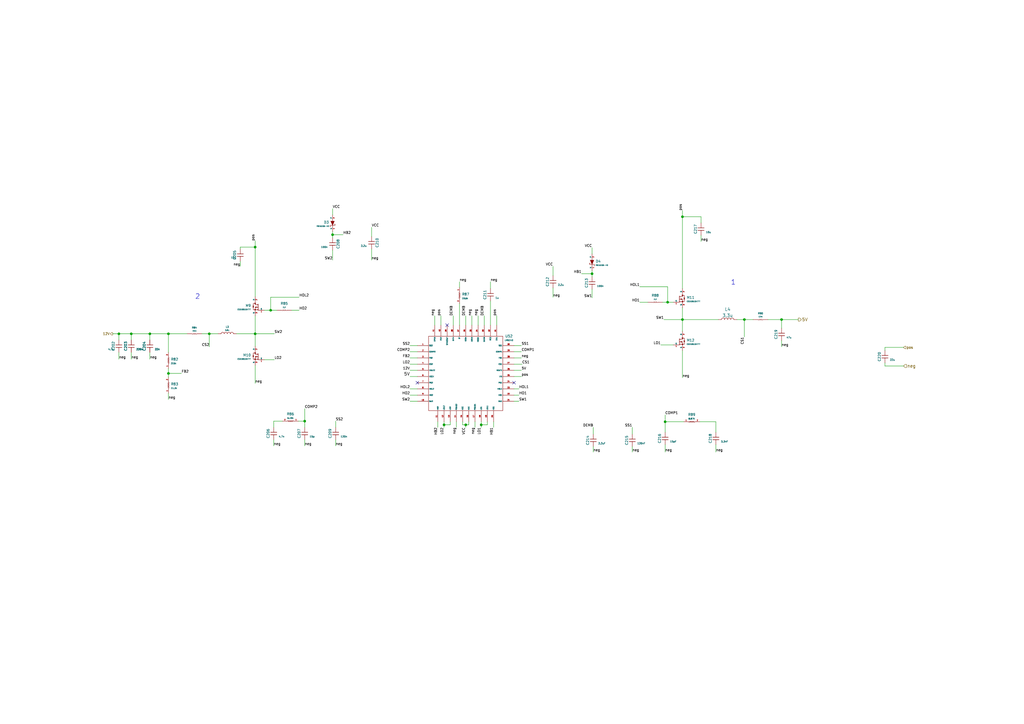
<source format=kicad_sch>
(kicad_sch (version 20211123) (generator eeschema)
  (paper "A3")
  (title_block (title "3D robot project - electronics") (rev "v0.9") (comment 1 "made by:") (comment 2 "AbdAlHaleem Bakkor Mustafa"))
  (lib_symbols
    (symbol "Capacitors:C0603xxxxxxxxxxx" (pin_numbers hide) (pin_names (offset 1.651) hide)
      (property "Reference" "C" (at 0 2.286 0))
      (property "Value" "C0603xxxxxxxxxxx" (at 0 -2.54 0))
      (symbol "C0603xxxxxxxxxxx_1_1"
        (polyline (pts (xy -0.508 -1.27) (xy -0.508 1.27)) (stroke (width 0.2032)))
        (polyline (pts (xy 0.508 -1.27) (xy 0.508 1.27)) (stroke (width 0.2032)))
        (pin unspecified line (at -2.54 0 0) (length 2) (name "") (number "1"))
        (pin unspecified line (at 2.54 0 180) (length 2) (name "2") (number "2"))
      )
    )
    (symbol "Device:L" (pin_numbers hide) (pin_names (offset 1.016) hide)
      (property "Reference" "L" (at -1.27 0 90))
      (property "Value" "L" (at 1.905 0 90))
      (symbol "L_0_1"
        (arc (start 0 -2.54) (mid 0.635 -1.905) (end 0 -1.27))
        (arc (start 0 -1.27) (mid 0.635 -0.635) (end 0 0))
        (arc (start 0 0) (mid 0.635 0.635) (end 0 1.27))
        (arc (start 0 1.27) (mid 0.635 1.905) (end 0 2.54))
      )
      (symbol "L_1_1"
        (pin passive line (at 0 3.81 270) (length 1.27) (name "1") (number "1"))
        (pin passive line (at 0 -3.81 90) (length 1.27) (name "2") (number "2"))
      )
    )
    (symbol "E-MOSFETs:CSD18510KTTT" (pin_names (offset 0))
      (property "Reference" "M" (at 3.048 0.762 0))
      (property "Value" "CSD18510KTTT" (at 5.334 -0.762 0))
      (symbol "CSD18510KTTT_0_1"
        (circle (center 0 -1.016) (radius 0.254) (stroke (width 0.05)) (fill (type outline)))
        (polyline (pts (xy -1.27 -1.27) (xy -1.27 1.27)) (stroke (width 0.1524)))
        (polyline (pts (xy -1.016 -1.27) (xy -1.016 -0.762)) (stroke (width 0.1524)))
        (polyline (pts (xy -1.016 -0.254) (xy -1.016 0.254)) (stroke (width 0.1524)))
        (polyline (pts (xy -1.016 0.762) (xy -1.016 1.27)) (stroke (width 0.1524)))
        (polyline (pts (xy 0.508 0.508) (xy 1.016 0.508)) (stroke (width 0.1524)))
        (polyline (pts (xy -1.016 1.016) (xy 0 1.016) (xy 0 1.27)) (stroke (width 0.1524)))
        (polyline (pts (xy 0 1.524) (xy 0.762 1.524) (xy 0.762 0.508)) (stroke (width 0.1524)))
        (polyline (pts (xy 0.762 0) (xy 0.762 -1.016) (xy 0 -1.016)) (stroke (width 0.1524)))
        (polyline (pts (xy -1.016 0) (xy 0 0) (xy 0 -1.016) (xy -1.016 -1.016)) (stroke (width 0.1524)))
        (polyline (pts (xy -0.254 0.254) (xy -0.762 0) (xy -0.254 -0.254) (xy -0.254 0.254)) (stroke (width 0.1)) (fill (type outline)))
        (polyline (pts (xy 1.016 0) (xy 0.762 0.508) (xy 0.508 0) (xy 1.016 0)) (stroke (width 0.1)) (fill (type outline)))
        (circle (center 0 1.524) (radius 0.254) (stroke (width 0.01)) (fill (type outline)))
      )
      (symbol "CSD18510KTTT_1_1"
        (pin unspecified line (at -3.81 -1.27 0) (length 2.5) (name "G") (number "1"))
        (pin unspecified line (at 0 4.318 270) (length 2.5) (name "D") (number "2"))
        (pin unspecified line (at 0 -3.556 90) (length 2.5) (name "S") (number "3"))
      )
    )
    (symbol "ICs:LM5143" (pin_names (offset 0.25))
      (property "Reference" "U" (at 14.732 16.002 0))
      (property "Value" "LM5143" (at 14.224 -16.002 0))
      (symbol "LM5143_1_1"
        (rectangle (start -15.24 15.24) (end 15.24 -15.24) (stroke (width 0.1524)))
        (pin bidirectional line (at -19.812 11.43 0) (length 4.5) (name "SS2") (number "1"))
        (pin bidirectional line (at -19.812 -11.43 0) (length 4.5) (name "SW2") (number "10"))
        (pin bidirectional line (at -11.43 -19.812 90) (length 4.5) (name "HB2") (number "11"))
        (pin bidirectional line (at -8.89 -19.812 90) (length 4.5) (name "LOL2") (number "12"))
        (pin bidirectional line (at -6.35 -19.812 90) (length 4.5) (name "LO2") (number "13"))
        (pin power_in line (at -3.81 -19.812 90) (length 4.5) (name "PGND2") (number "14"))
        (pin power_in line (at -1.27 -19.812 90) (length 4.5) (name "VCC") (number "15"))
        (pin power_in line (at 1.27 -19.812 90) (length 4.5) (name "VCC") (number "16"))
        (pin power_in line (at 3.81 -19.812 90) (length 4.5) (name "PGND1") (number "17"))
        (pin bidirectional line (at 6.35 -19.812 90) (length 4.5) (name "LO1") (number "18"))
        (pin bidirectional line (at 8.89 -19.812 90) (length 4.5) (name "LOL1") (number "19"))
        (pin bidirectional line (at -19.812 8.89 0) (length 4.5) (name "COMP2") (number "2"))
        (pin bidirectional line (at 11.43 -19.812 90) (length 4.5) (name "HB1") (number "20"))
        (pin bidirectional line (at 19.812 -11.43 180) (length 4.5) (name "SW1") (number "21"))
        (pin bidirectional line (at 19.812 -8.89 180) (length 4.5) (name "HO1") (number "22"))
        (pin bidirectional line (at 19.812 -6.35 180) (length 4.5) (name "HOL1") (number "23"))
        (pin bidirectional line (at 19.812 -3.81 180) (length 4.5) (name "PG1") (number "24"))
        (pin power_in line (at 19.812 -1.27 180) (length 4.5) (name "VIN") (number "25"))
        (pin output line (at 19.812 1.27 180) (length 4.5) (name "VOUT1") (number "26"))
        (pin bidirectional line (at 19.812 3.81 180) (length 4.5) (name "CS1") (number "27"))
        (pin bidirectional line (at 19.812 6.35 180) (length 4.5) (name "FB1") (number "28"))
        (pin bidirectional line (at 19.812 8.89 180) (length 4.5) (name "COMP1") (number "29"))
        (pin bidirectional line (at -19.812 6.35 0) (length 4.5) (name "FB2") (number "3"))
        (pin bidirectional line (at 19.812 11.43 180) (length 4.5) (name "SS1") (number "30"))
        (pin bidirectional line (at 12.7 19.812 270) (length 4.5) (name "EN1") (number "31"))
        (pin output line (at 10.16 19.812 270) (length 4.5) (name "RES") (number "32"))
        (pin input line (at 7.62 19.812 270) (length 4.5) (name "DEMB") (number "33"))
        (pin input line (at 5.08 19.812 270) (length 4.5) (name "MODE") (number "34"))
        (pin power_in line (at 2.54 19.812 270) (length 4.5) (name "AGND") (number "35"))
        (pin power_in line (at 0 19.812 270) (length 4.5) (name "VDDA") (number "36"))
        (pin input line (at -2.54 19.812 270) (length 4.5) (name "RT") (number "37"))
        (pin input line (at -5.08 19.812 270) (length 4.5) (name "DITH") (number "38"))
        (pin output line (at -7.62 19.812 270) (length 4.5) (name "SYNCOUT") (number "39"))
        (pin bidirectional line (at -19.812 3.81 0) (length 4.5) (name "CS2") (number "4"))
        (pin bidirectional line (at -10.16 19.812 270) (length 4.5) (name "EN2") (number "40"))
        (pin power_in line (at -12.7 19.812 270) (length 4.5) (name "EPAD") (number "41"))
        (pin output line (at -19.812 1.27 0) (length 4.5) (name "VOUT2") (number "5"))
        (pin power_in line (at -19.812 -1.27 0) (length 4.5) (name "VCCX") (number "6"))
        (pin bidirectional line (at -19.812 -3.81 0) (length 4.5) (name "PG2") (number "7"))
        (pin bidirectional line (at -19.812 -6.35 0) (length 4.5) (name "HOL2") (number "8"))
        (pin bidirectional line (at -19.812 -8.89 0) (length 4.5) (name "HO2") (number "9"))
      )
    )
    (symbol "diodes:RB161QS-40" (pin_names (offset 0))
      (property "Reference" "D" (at 0 2.286 0))
      (property "Value" "RB161QS-40" (at 0 -2.286 0))
      (symbol "RB161QS-40_0_1"
        (polyline (pts (xy 0.762 -0.762) (xy 0.762 0.762) (xy -1.016 0) (xy 0.762 -0.762)) (stroke (width 0.1)) (fill (type outline)))
        (polyline (pts (xy -1.524 -0.762) (xy -1.524 -1.016) (xy -1.016 -1.016) (xy -1.016 1.016) (xy -0.508 1.016) (xy -0.508 0.762)) (stroke (width 0.1524)))
      )
      (symbol "RB161QS-40_1_1"
        (pin unspecified line (at -3.556 0 0) (length 2.5) (name "N") (number "1"))
        (pin unspecified line (at 3.302 0 180) (length 2.5) (name "P") (number "2"))
      )
    )
    (symbol "resistors:MCR03EZPFL" (pin_numbers hide) (pin_names (offset 0) hide)
      (property "Reference" "R" (at 0 1.27 0))
      (property "Value" "MCR03EZPFL" (at 0 -1.27 0))
      (symbol "MCR03EZPFL_0_1"
        (polyline (pts (xy -0.762 -0.254) (xy -1.016 0)) (stroke (width 0.1)))
      )
      (symbol "MCR03EZPFL_1_1"
        (polyline (pts (xy -0.762 -0.254) (xy -0.508 0.254)) (stroke (width 0.1)))
        (polyline (pts (xy -0.508 0.254) (xy -0.254 -0.254)) (stroke (width 0.1)))
        (polyline (pts (xy -0.254 -0.254) (xy 0 0.254)) (stroke (width 0.1)))
        (polyline (pts (xy 0 0.254) (xy 0.254 -0.254)) (stroke (width 0.1)))
        (polyline (pts (xy 0.254 -0.254) (xy 0.508 0.254)) (stroke (width 0.1)))
        (polyline (pts (xy 0.508 0.254) (xy 0.762 -0.254)) (stroke (width 0.1)))
        (polyline (pts (xy 0.762 -0.254) (xy 1.016 0)) (stroke (width 0.1)))
        (pin unspecified line (at -3.048 0 0) (length 2) (name "1") (number "1"))
        (pin unspecified line (at 3.048 0 180) (length 2) (name "2") (number "2"))
      )
    )
    (symbol "resistors:MCR03EZPFX" (pin_names (offset 0))
      (property "Reference" "R" (at 0 1.778 0))
      (property "Value" "MCR03EZPFX" (at 0 -2.032 0))
      (symbol "MCR03EZPFX_0_1"
        (polyline (pts (xy -1.27 0) (xy -1.016 -0.254) (xy -0.762 0.254) (xy -0.508 -0.254) (xy -0.254 0.254) (xy 0 -0.254) (xy 0.254 0.254) (xy 0.508 -0.254) (xy 0.762 0.254) (xy 1.016 -0.254) (xy 1.27 0)) (stroke (width 0.1524)))
      )
      (symbol "MCR03EZPFX_1_1"
        (pin passive line (at -3.302 0 0) (length 2) (name "") (number "1"))
        (pin passive line (at 3.302 0 180) (length 2) (name "") (number "2"))
      )
    )
    (symbol "resistors:UCR18EVH" (pin_numbers hide) (pin_names (offset 0) hide)
      (property "Reference" "R" (at 0 1.524 0))
      (property "Value" "UCR18EVH" (at 0 -1.778 0))
      (symbol "UCR18EVH_0_1"
        (polyline (pts (xy -0.762 -0.254) (xy -1.016 0)) (stroke (width 0.1)))
      )
      (symbol "UCR18EVH_1_1"
        (polyline (pts (xy -0.762 -0.254) (xy -0.508 0.254)) (stroke (width 0.1)))
        (polyline (pts (xy -0.508 0.254) (xy -0.254 -0.254)) (stroke (width 0.1)))
        (polyline (pts (xy -0.254 -0.254) (xy 0 0.254)) (stroke (width 0.1)))
        (polyline (pts (xy 0 0.254) (xy 0.254 -0.254)) (stroke (width 0.1)))
        (polyline (pts (xy 0.254 -0.254) (xy 0.508 0.254)) (stroke (width 0.1)))
        (polyline (pts (xy 0.508 0.254) (xy 0.762 -0.254)) (stroke (width 0.1)))
        (polyline (pts (xy 0.762 -0.254) (xy 1.016 0)) (stroke (width 0.1)))
        (pin unspecified line (at -3.048 0 0) (length 2) (name "") (number "1"))
        (pin unspecified line (at 3.048 0 180) (length 2) (name "") (number "2"))
      )
    )
  )
  (junction (at 69.088 136.906))
  (junction (at 320.548 131.064))
  (junction (at 242.824 112.268))
  (junction (at 305.308 131.064))
  (junction (at 61.468 136.906))
  (junction (at 104.648 136.906))
  (junction (at 273.812 123.952))
  (junction (at 191.008 174.244))
  (junction (at 279.908 88.9))
  (junction (at 136.398 96.266))
  (junction (at 279.908 131.064))
  (junction (at 104.648 101.346))
  (junction (at 197.358 174.244))
  (junction (at 124.968 172.72))
  (junction (at 69.088 153.162))
  (junction (at 85.852 136.906))
  (junction (at 182.118 174.244))
  (junction (at 110.998 127.254))
  (junction (at 272.796 172.974))
  (junction (at 48.768 136.906))
  (junction (at 53.848 136.906))
  (no_connect (at 183.388 133.35))
  (no_connect (at 171.196 156.972))
  (no_connect (at 210.82 156.972))
  (wire (pts (xy 122.428 172.72) (xy 124.968 172.72)))
  (wire (pts (xy 136.398 85.598) (xy 136.398 88.138)))
  (wire (pts (xy 302.26 131.064) (xy 305.308 131.064)))
  (wire (pts (xy 320.548 131.064) (xy 320.548 134.62)))
  (wire (pts (xy 279.908 131.064) (xy 279.908 135.89)))
  (wire (pts (xy 210.82 159.512) (xy 212.852 159.512)))
  (wire (pts (xy 362.966 148.844) (xy 362.966 150.114)))
  (wire (pts (xy 168.148 162.052) (xy 171.196 162.052)))
  (wire (pts (xy 314.96 131.064) (xy 320.548 131.064)))
  (wire (pts (xy 272.796 172.974) (xy 272.796 177.292)))
  (wire (pts (xy 69.088 153.162) (xy 69.088 154.686)))
  (wire (pts (xy 201.168 123.444) (xy 201.168 133.35)))
  (wire (pts (xy 110.998 127.254) (xy 113.538 127.254)))
  (wire (pts (xy 98.552 102.108) (xy 98.552 101.346)))
  (wire (pts (xy 370.586 150.114) (xy 362.966 150.114)))
  (wire (pts (xy 201.168 115.57) (xy 201.168 118.364)))
  (wire (pts (xy 273.812 117.602) (xy 262.382 117.602)))
  (wire (pts (xy 46.228 136.906) (xy 48.768 136.906)))
  (wire (pts (xy 104.648 129.54) (xy 104.648 136.906)))
  (wire (pts (xy 279.908 143.764) (xy 279.908 154.94)))
  (wire (pts (xy 178.308 129.54) (xy 178.308 133.35)))
  (wire (pts (xy 168.148 149.352) (xy 171.196 149.352)))
  (wire (pts (xy 262.382 123.952) (xy 265.684 123.952)))
  (wire (pts (xy 185.928 129.54) (xy 185.928 133.35)))
  (wire (pts (xy 242.824 112.268) (xy 242.824 113.538)))
  (wire (pts (xy 182.118 174.244) (xy 182.118 175.26)))
  (wire (pts (xy 271.78 123.952) (xy 273.812 123.952)))
  (wire (pts (xy 259.334 175.26) (xy 259.334 178.054)))
  (wire (pts (xy 305.308 131.064) (xy 308.864 131.064)))
  (wire (pts (xy 189.738 174.244) (xy 191.008 174.244)))
  (wire (pts (xy 243.332 175.26) (xy 243.332 178.054)))
  (wire (pts (xy 136.398 96.266) (xy 136.398 97.536)))
  (wire (pts (xy 137.668 172.72) (xy 137.668 175.26)))
  (wire (pts (xy 119.634 127.254) (xy 122.682 127.254)))
  (wire (pts (xy 196.088 129.54) (xy 196.088 133.35)))
  (wire (pts (xy 110.998 121.92) (xy 122.682 121.92)))
  (wire (pts (xy 203.708 129.54) (xy 203.708 133.35)))
  (wire (pts (xy 184.658 174.244) (xy 184.658 172.974)))
  (wire (pts (xy 226.822 118.11) (xy 226.822 121.92)))
  (wire (pts (xy 226.822 109.22) (xy 226.822 113.03)))
  (wire (pts (xy 243.332 183.134) (xy 243.332 185.42)))
  (wire (pts (xy 104.648 149.86) (xy 104.648 157.226)))
  (wire (pts (xy 69.088 153.162) (xy 74.422 153.162)))
  (wire (pts (xy 180.848 129.54) (xy 180.848 133.35)))
  (wire (pts (xy 140.716 96.266) (xy 136.398 96.266)))
  (wire (pts (xy 97.028 136.906) (xy 104.648 136.906)))
  (wire (pts (xy 197.358 172.974) (xy 197.358 174.244)))
  (wire (pts (xy 124.968 167.64) (xy 124.968 172.72)))
  (wire (pts (xy 280.416 172.974) (xy 272.796 172.974)))
  (wire (pts (xy 48.768 136.906) (xy 48.768 139.446)))
  (wire (pts (xy 287.528 91.44) (xy 287.528 88.9)))
  (wire (pts (xy 194.818 172.974) (xy 194.818 175.26)))
  (wire (pts (xy 168.148 159.512) (xy 171.196 159.512)))
  (wire (pts (xy 69.088 161.29) (xy 69.088 163.83)))
  (wire (pts (xy 179.578 172.974) (xy 179.578 175.26)))
  (wire (pts (xy 197.358 174.244) (xy 197.358 175.26)))
  (wire (pts (xy 61.468 136.906) (xy 69.088 136.906)))
  (wire (pts (xy 61.468 136.906) (xy 61.468 139.446)))
  (wire (pts (xy 272.796 170.18) (xy 272.796 172.974)))
  (wire (pts (xy 210.82 162.052) (xy 212.852 162.052)))
  (wire (pts (xy 272.796 182.372) (xy 272.796 185.42)))
  (wire (pts (xy 182.118 174.244) (xy 184.658 174.244)))
  (wire (pts (xy 202.438 172.974) (xy 202.438 175.26)))
  (wire (pts (xy 279.908 86.36) (xy 279.908 88.9)))
  (wire (pts (xy 182.118 172.974) (xy 182.118 174.244)))
  (wire (pts (xy 168.148 164.592) (xy 171.196 164.592)))
  (wire (pts (xy 61.468 144.526) (xy 61.468 147.32)))
  (wire (pts (xy 168.148 144.272) (xy 171.196 144.272)))
  (wire (pts (xy 192.278 172.974) (xy 192.278 174.244)))
  (wire (pts (xy 69.088 136.906) (xy 69.088 144.526)))
  (wire (pts (xy 279.908 131.064) (xy 294.64 131.064)))
  (wire (pts (xy 53.848 144.526) (xy 53.848 147.32)))
  (wire (pts (xy 287.528 88.9) (xy 279.908 88.9)))
  (wire (pts (xy 259.334 183.134) (xy 259.334 185.42)))
  (wire (pts (xy 238.506 112.268) (xy 242.824 112.268)))
  (wire (pts (xy 69.088 151.13) (xy 69.088 153.162)))
  (wire (pts (xy 193.548 129.54) (xy 193.548 133.35)))
  (wire (pts (xy 188.468 124.46) (xy 188.468 133.35)))
  (wire (pts (xy 271.018 141.478) (xy 276.098 141.478)))
  (wire (pts (xy 279.908 88.9) (xy 279.908 118.364)))
  (wire (pts (xy 136.398 102.616) (xy 136.398 106.68)))
  (wire (pts (xy 189.738 172.974) (xy 189.738 174.244)))
  (wire (pts (xy 98.552 107.188) (xy 98.552 109.22)))
  (wire (pts (xy 48.768 136.906) (xy 53.848 136.906)))
  (wire (pts (xy 210.82 164.592) (xy 212.852 164.592)))
  (wire (pts (xy 293.624 182.372) (xy 293.624 185.42)))
  (wire (pts (xy 82.804 136.906) (xy 85.852 136.906)))
  (wire (pts (xy 188.468 115.57) (xy 188.468 117.856)))
  (wire (pts (xy 273.812 123.952) (xy 276.098 123.952)))
  (wire (pts (xy 108.458 147.574) (xy 112.522 147.574)))
  (wire (pts (xy 124.968 172.72) (xy 124.968 175.26)))
  (wire (pts (xy 104.648 101.346) (xy 104.648 121.666)))
  (wire (pts (xy 85.852 136.906) (xy 85.852 142.24)))
  (wire (pts (xy 273.812 123.952) (xy 273.812 117.602)))
  (wire (pts (xy 53.848 136.906) (xy 53.848 139.446)))
  (wire (pts (xy 85.852 136.906) (xy 89.408 136.906)))
  (wire (pts (xy 110.998 127.254) (xy 110.998 121.92)))
  (wire (pts (xy 112.268 175.26) (xy 112.268 172.72)))
  (wire (pts (xy 112.268 180.34) (xy 112.268 182.88)))
  (wire (pts (xy 287.528 96.52) (xy 287.528 99.06)))
  (wire (pts (xy 152.4 102.108) (xy 152.4 106.68)))
  (wire (pts (xy 191.008 174.244) (xy 192.278 174.244)))
  (wire (pts (xy 320.548 139.7) (xy 320.548 142.24)))
  (wire (pts (xy 191.008 129.54) (xy 191.008 133.35)))
  (wire (pts (xy 104.648 98.806) (xy 104.648 101.346)))
  (wire (pts (xy 53.848 136.906) (xy 61.468 136.906)))
  (wire (pts (xy 112.268 172.72) (xy 115.824 172.72)))
  (wire (pts (xy 279.908 126.238) (xy 279.908 131.064)))
  (wire (pts (xy 187.198 172.974) (xy 187.198 175.26)))
  (wire (pts (xy 191.008 174.244) (xy 191.008 175.26)))
  (wire (pts (xy 136.398 94.996) (xy 136.398 96.266)))
  (wire (pts (xy 168.148 141.732) (xy 171.196 141.732)))
  (wire (pts (xy 210.82 154.432) (xy 213.868 154.432)))
  (wire (pts (xy 320.548 131.064) (xy 327.406 131.064)))
  (wire (pts (xy 210.82 149.352) (xy 214.122 149.352)))
  (wire (pts (xy 48.768 144.526) (xy 48.768 147.32)))
  (wire (pts (xy 199.898 174.244) (xy 197.358 174.244)))
  (wire (pts (xy 199.898 172.974) (xy 199.898 174.244)))
  (wire (pts (xy 152.4 93.218) (xy 152.4 97.028)))
  (wire (pts (xy 104.648 136.906) (xy 104.648 141.986)))
  (wire (pts (xy 168.148 154.432) (xy 171.196 154.432)))
  (wire (pts (xy 168.148 146.812) (xy 171.196 146.812)))
  (wire (pts (xy 104.648 136.906) (xy 112.522 136.906)))
  (wire (pts (xy 98.552 101.346) (xy 104.648 101.346)))
  (wire (pts (xy 210.82 141.732) (xy 213.868 141.732)))
  (wire (pts (xy 69.088 136.906) (xy 76.708 136.906)))
  (wire (pts (xy 305.308 131.064) (xy 305.308 138.176)))
  (wire (pts (xy 210.82 151.892) (xy 213.868 151.892)))
  (wire (pts (xy 242.824 101.6) (xy 242.824 104.14)))
  (wire (pts (xy 108.458 127.254) (xy 110.998 127.254)))
  (wire (pts (xy 168.148 151.892) (xy 171.196 151.892)))
  (wire (pts (xy 210.82 144.272) (xy 213.868 144.272)))
  (wire (pts (xy 137.668 180.34) (xy 137.668 182.88)))
  (wire (pts (xy 287.02 172.974) (xy 293.624 172.974)))
  (wire (pts (xy 293.624 172.974) (xy 293.624 177.292)))
  (wire (pts (xy 370.586 142.494) (xy 362.966 142.494)))
  (wire (pts (xy 210.82 146.812) (xy 213.868 146.812)))
  (wire (pts (xy 124.968 180.34) (xy 124.968 182.88)))
  (wire (pts (xy 242.824 110.998) (xy 242.824 112.268)))
  (wire (pts (xy 242.824 118.618) (xy 242.824 122.174)))
  (wire (pts (xy 198.628 129.54) (xy 198.628 133.35)))
  (wire (pts (xy 272.288 131.064) (xy 279.908 131.064)))
  (wire (pts (xy 362.966 142.494) (xy 362.966 143.764)))
  (text "1" (at 299.72 117.094 0) (effects (font (size 2 2)) (justify left bottom)))
  (text "2" (at 80.01 122.936 0) (effects (font (size 2 2)) (justify left bottom)))
  (label "COMP2" (at 168.148 144.272 180) (effects (font (size 1 1))))
  (label "COMP2" (at 124.968 167.64 0) (effects (font (size 1 1))))
  (label "HO2" (at 168.148 162.052 180) (effects (font (size 1 1))))
  (label "neg" (at 279.908 154.94 0) (effects (font (size 1 1))))
  (label "LO1" (at 271.018 141.478 180) (effects (font (size 1 1))))
  (label "neg" (at 124.968 182.88 0) (effects (font (size 1 1))))
  (label "HB1" (at 202.438 175.26 270) (effects (font (size 1 1))))
  (label "neg" (at 48.768 147.32 0) (effects (font (size 1 1))))
  (label "CS2" (at 85.852 142.24 180) (effects (font (size 1 1))))
  (label "FB2" (at 74.422 153.162 0) (effects (font (size 1 1))))
  (label "12V" (at 168.148 151.892 180) (effects (font (size 1 1))))
  (label "pos" (at 279.908 86.36 90) (effects (font (size 1 1))))
  (label "HOL2" (at 122.682 121.92 0) (effects (font (size 1 1))))
  (label "neg" (at 137.668 182.88 0) (effects (font (size 1 1))))
  (label "DEMB" (at 185.928 129.54 90) (effects (font (size 1 1))))
  (label "pos" (at 104.648 98.806 90) (effects (font (size 1 1))))
  (label "5V" (at 213.868 151.892 0) (effects (font (size 1 1))))
  (label "neg" (at 293.624 185.42 0) (effects (font (size 1 1))))
  (label "neg" (at 320.548 142.24 0) (effects (font (size 1 1))))
  (label "SW2" (at 168.148 164.592 180) (effects (font (size 1 1))))
  (label "HOL1" (at 262.382 117.602 180) (effects (font (size 1 1))))
  (label "DEMB" (at 191.008 129.54 90) (effects (font (size 1 1))))
  (label "SS2" (at 137.668 172.72 0) (effects (font (size 1 1))))
  (label "SW2" (at 136.398 106.68 180) (effects (font (size 1 1))))
  (label "SW1" (at 272.288 131.064 180) (effects (font (size 1 1))))
  (label "CS1" (at 214.122 149.352 0) (effects (font (size 1 1))))
  (label "SS1" (at 259.334 175.26 180) (effects (font (size 1 1))))
  (label "SW1" (at 212.852 164.592 0) (effects (font (size 1 1))))
  (label "neg" (at 193.548 129.54 90) (effects (font (size 1 1))))
  (label "neg" (at 287.528 99.06 0) (effects (font (size 1 1))))
  (label "LO2" (at 182.118 175.26 270) (effects (font (size 1 1))))
  (label "SS1" (at 213.868 141.732 0) (effects (font (size 1 1))))
  (label "VCC" (at 226.822 109.22 180) (effects (font (size 1 1))))
  (label "CS1" (at 305.308 138.176 270) (effects (font (size 1 1))))
  (label "HB2" (at 140.716 96.266 0) (effects (font (size 1 1))))
  (label "neg" (at 53.848 147.32 0) (effects (font (size 1 1))))
  (label "pos" (at 203.708 129.54 90) (effects (font (size 1 1))))
  (label "neg" (at 98.552 109.22 180) (effects (font (size 1 1))))
  (label "neg" (at 201.168 115.57 0) (effects (font (size 1 1))))
  (label "HB1" (at 238.506 112.268 180) (effects (font (size 1 1))))
  (label "LO2" (at 112.522 147.574 0) (effects (font (size 1 1))))
  (label "neg" (at 194.818 175.26 270) (effects (font (size 1 1))))
  (label "LO2" (at 168.148 149.352 180) (effects (font (size 1 1))))
  (label "COMP1" (at 213.868 144.272 0) (effects (font (size 1 1))))
  (label "HO1" (at 212.852 162.052 0) (effects (font (size 1 1))))
  (label "5V" (at 168.148 154.432 180))
  (label "VCC" (at 242.824 101.6 180) (effects (font (size 1 1))))
  (label "neg" (at 259.334 185.42 0) (effects (font (size 1 1))))
  (label "DEMB" (at 243.332 175.26 180) (effects (font (size 1 1))))
  (label "pos" (at 180.848 129.54 90) (effects (font (size 1 1))))
  (label "pos" (at 213.868 154.432 0) (effects (font (size 1 1))))
  (label "HOL1" (at 212.852 159.512 0) (effects (font (size 1 1))))
  (label "FB2" (at 168.148 146.812 180) (effects (font (size 1 1))))
  (label "neg" (at 61.468 147.32 0) (effects (font (size 1 1))))
  (label "SS2" (at 168.148 141.732 180) (effects (font (size 1 1))))
  (label "SW1" (at 242.824 122.174 180) (effects (font (size 1 1))))
  (label "HO1" (at 262.382 123.952 180) (effects (font (size 1 1))))
  (label "DEMB" (at 198.628 129.54 90) (effects (font (size 1 1))))
  (label "neg" (at 112.268 182.88 0) (effects (font (size 1 1))))
  (label "neg" (at 272.796 185.42 0) (effects (font (size 1 1))))
  (label "VCC" (at 152.4 93.218 0) (effects (font (size 1 1))))
  (label "HOL2" (at 168.148 159.512 180) (effects (font (size 1 1))))
  (label "neg" (at 196.088 129.54 90) (effects (font (size 1 1))))
  (label "SW2" (at 112.522 136.906 0) (effects (font (size 1 1))))
  (label "neg" (at 188.468 115.57 0) (effects (font (size 1 1))))
  (label "VCC" (at 136.398 85.598 0) (effects (font (size 1 1))))
  (label "neg" (at 243.332 185.42 0) (effects (font (size 1 1))))
  (label "neg" (at 226.822 121.92 0) (effects (font (size 1 1))))
  (label "HB2" (at 179.578 175.26 270) (effects (font (size 1 1))))
  (label "COMP1" (at 272.796 170.18 0) (effects (font (size 1 1))))
  (label "neg" (at 69.088 163.83 0) (effects (font (size 1 1))))
  (label "neg" (at 178.308 129.54 90) (effects (font (size 1 1))))
  (label "neg" (at 152.4 106.68 0) (effects (font (size 1 1))))
  (label "neg" (at 187.198 175.26 270) (effects (font (size 1 1))))
  (label "LO1" (at 197.358 175.26 270) (effects (font (size 1 1))))
  (label "neg" (at 104.648 157.226 0) (effects (font (size 1 1))))
  (label "HO2" (at 122.682 127.254 0) (effects (font (size 1 1))))
  (label "VCC" (at 191.008 175.26 270) (effects (font (size 1 1))))
  (label "neg" (at 213.868 146.812 0) (effects (font (size 1 1))))
  (hierarchical_label "12V" (shape output) (at 46.228 136.906 180) (effects (font (size 1 1))))
  (hierarchical_label "pos" (shape input) (at 370.586 142.494 0) (effects (font (size 1 1))))
  (hierarchical_label "5V" (shape output) (at 327.406 131.064 0))
  (hierarchical_label "neg" (shape input) (at 370.586 150.114 0))
  (symbol (lib_id "diodes:RB161QS-40") (at 242.824 107.442 90) (unit 1)
    (property "Reference" "D4" (at 244.2972 107.1735 90) (effects (font (size 1 1)) (justify right)))
    (property "Value" "RB161QS-40" (at 244.2972 108.7757 90) (effects (font (size 0.5 0.5)) (justify right)))
    (property "Footprint" "my_footprints:RB161QS-40T18R" (effects hide))
    (property "Datasheet" "https://fscdn.rohm.com/en/products/databook/datasheet/discrete/diode/schottky_barrier/rb161qs-40-e.pdf" (effects hide))
    (property "Spice_Primitive" "D" (effects hide))
    (property "Spice_Model" "RB161QS-40" (effects hide))
    (property "Spice_Netlist_Enabled" "Y" (effects hide))
    (property "Spice_Node_Sequence" "2 1" (effects hide))
    (property "Spice_Lib_File" "/home/abode/data/work/circuits_design/ngspice/vendors/Diodes.lib" (effects hide))
  )
  (symbol (lib_id "resistors:MCR03EZPFX") (at 283.718 172.974 0) (unit 1)
    (property "Reference" "R89" (at 283.718 170.0604 0) (effects (font (size 1 1))))
    (property "Value" "8.87K" (at 283.718 171.7525 0) (effects (font (size 0.6 0.6))))
    (property "Footprint" "my_footprints:MCR03EZPFX" (effects hide))
    (property "Datasheet" "https://fscdn.rohm.com/en/products/databook/datasheet/passive/resistor/chip_resistor/mcr-e.pdf" (effects hide))
  )
  (symbol (lib_id "resistors:MCR03EZPFX") (at 69.088 157.988 90) (unit 1)
    (property "Reference" "R83" (at 70.0532 157.5267 90) (effects (font (size 1 1)) (justify right)))
    (property "Value" "11.3k" (at 70.0532 159.2188 90) (effects (font (size 0.6 0.6)) (justify right)))
    (property "Footprint" "my_footprints:MCR03EZPFX" (effects hide))
    (property "Datasheet" "https://fscdn.rohm.com/en/products/databook/datasheet/passive/resistor/chip_resistor/mcr-e.pdf" (effects hide))
  )
  (symbol (lib_id "Capacitors:C0603xxxxxxxxxxx") (at 48.768 141.986 90) (unit 1)
    (property "Reference" "C202" (at 46.482 141.986 0) (effects (font (size 1 1))))
    (property "Value" "4.7u" (at 46.7615 143.2509 90) (effects (font (size 0.7 0.7)) (justify left)))
    (property "Footprint" "my_footprints:C0603X105J4RACTU" (effects hide))
    (property "Datasheet" "https://connect.kemet.com:7667/gateway/IntelliData-ComponentDocumentation/1.0/download/datasheet/C0603X105J4RACTU.pdf" (effects hide))
  )
  (symbol (lib_id "Capacitors:C0603xxxxxxxxxxx") (at 293.624 179.832 90) (unit 1)
    (property "Reference" "C218" (at 291.338 179.832 0) (effects (font (size 1 1))))
    (property "Value" "3.3nF" (at 295.6306 181.0969 90) (effects (font (size 0.7 0.7)) (justify right)))
    (property "Footprint" "my_footprints:C0603X105J4RACTU" (effects hide))
    (property "Datasheet" "https://connect.kemet.com:7667/gateway/IntelliData-ComponentDocumentation/1.0/download/datasheet/C0603X105J4RACTU.pdf" (effects hide))
  )
  (symbol (lib_id "diodes:RB161QS-40") (at 136.398 91.44 270) (mirror x) (unit 1)
    (property "Reference" "D3" (at 134.9248 91.1715 90) (effects (font (size 1 1)) (justify right)))
    (property "Value" "RB161QS-40" (at 134.9248 92.7737 90) (effects (font (size 0.5 0.5)) (justify right)))
    (property "Footprint" "my_footprints:RB161QS-40T18R" (effects hide))
    (property "Datasheet" "https://fscdn.rohm.com/en/products/databook/datasheet/discrete/diode/schottky_barrier/rb161qs-40-e.pdf" (effects hide))
    (property "Spice_Primitive" "D" (effects hide))
    (property "Spice_Model" "RB161QS-40" (effects hide))
    (property "Spice_Netlist_Enabled" "Y" (effects hide))
    (property "Spice_Node_Sequence" "2 1" (effects hide))
    (property "Spice_Lib_File" "/home/abode/data/work/circuits_design/ngspice/vendors/Diodes.lib" (effects hide))
  )
  (symbol (lib_id "E-MOSFETs:CSD18510KTTT") (at 279.908 122.682 0) (unit 1)
    (property "Reference" "M11" (at 281.6352 122.0405 0) (effects (font (size 1 1)) (justify left)))
    (property "Value" "CSD18510KTTT" (at 281.6352 123.6427 0) (effects (font (size 0.5 0.5)) (justify left)))
    (property "Footprint" "my_footprints:CSD18510KTTT" (effects hide))
    (property "Datasheet" "https://www.ti.com/lit/gpn/csd18510ktt" (effects hide))
    (property "Spice_Primitive" "X" (effects hide))
    (property "Spice_Model" "csd18510ktt" (effects hide))
    (property "Spice_Netlist_Enabled" "Y" (effects hide))
    (property "Spice_Lib_File" "/home/abode/data/work/circuits_design/ngspice/vendors/E-MOSFETs.lib" (effects hide))
    (property "Spice_Node_Sequence" "2 1 3" (effects hide))
  )
  (symbol (lib_id "Capacitors:C0603xxxxxxxxxxx") (at 137.668 177.8 90) (unit 1)
    (property "Reference" "C209" (at 135.382 177.8 0) (effects (font (size 1 1))))
    (property "Value" "120n" (at 139.6746 179.0649 90) (effects (font (size 0.7 0.7)) (justify right)))
    (property "Footprint" "my_footprints:C0603X105J4RACTU" (effects hide))
    (property "Datasheet" "https://connect.kemet.com:7667/gateway/IntelliData-ComponentDocumentation/1.0/download/datasheet/C0603X105J4RACTU.pdf" (effects hide))
  )
  (symbol (lib_id "resistors:MCR03EZPFX") (at 119.126 172.72 180) (unit 1)
    (property "Reference" "R86" (at 119.126 169.8064 0) (effects (font (size 1 1))))
    (property "Value" "6.19k" (at 119.126 171.4985 0) (effects (font (size 0.6 0.6))))
    (property "Footprint" "my_footprints:MCR03EZPFX" (effects hide))
    (property "Datasheet" "https://fscdn.rohm.com/en/products/databook/datasheet/passive/resistor/chip_resistor/mcr-e.pdf" (effects hide))
  )
  (symbol (lib_id "E-MOSFETs:CSD18510KTTT") (at 104.648 125.984 0) (mirror y) (unit 1)
    (property "Reference" "M9" (at 102.9209 125.3425 0) (effects (font (size 1 1)) (justify left)))
    (property "Value" "CSD18510KTTT" (at 102.9209 126.9447 0) (effects (font (size 0.5 0.5)) (justify left)))
    (property "Footprint" "my_footprints:CSD18510KTTT" (effects hide))
    (property "Datasheet" "https://www.ti.com/lit/gpn/csd18510ktt" (effects hide))
    (property "Spice_Primitive" "X" (effects hide))
    (property "Spice_Model" "csd18510ktt" (effects hide))
    (property "Spice_Netlist_Enabled" "Y" (effects hide))
    (property "Spice_Lib_File" "/home/abode/data/work/circuits_design/ngspice/vendors/E-MOSFETs.lib" (effects hide))
    (property "Spice_Node_Sequence" "2 1 3" (effects hide))
  )
  (symbol (lib_id "Capacitors:C0603xxxxxxxxxxx") (at 287.528 93.98 90) (unit 1)
    (property "Reference" "C217" (at 285.242 93.98 0) (effects (font (size 1 1))))
    (property "Value" "10u" (at 289.5346 95.2449 90) (effects (font (size 0.7 0.7)) (justify right)))
    (property "Footprint" "my_footprints:C0603X105J4RACTU" (effects hide))
    (property "Datasheet" "https://connect.kemet.com:7667/gateway/IntelliData-ComponentDocumentation/1.0/download/datasheet/C0603X105J4RACTU.pdf" (effects hide))
  )
  (symbol (lib_id "Capacitors:C0603xxxxxxxxxxx") (at 259.334 180.594 90) (unit 1)
    (property "Reference" "C215" (at 257.048 180.594 0) (effects (font (size 1 1))))
    (property "Value" "120nF" (at 261.3406 181.8589 90) (effects (font (size 0.7 0.7)) (justify right)))
    (property "Footprint" "my_footprints:C0603X105J4RACTU" (effects hide))
    (property "Datasheet" "https://connect.kemet.com:7667/gateway/IntelliData-ComponentDocumentation/1.0/download/datasheet/C0603X105J4RACTU.pdf" (effects hide))
  )
  (symbol (lib_id "resistors:UCR18EVH") (at 311.912 131.064 0) (unit 1)
    (property "Reference" "R90" (at 311.912 128.5577 0) (effects (font (size 0.7 0.7))))
    (property "Value" "12m" (at 311.912 129.8902 0) (effects (font (size 0.5 0.5))))
    (property "Footprint" "my_footprints:UCR18EVH" (effects hide))
    (property "Datasheet" "https://fscdn.rohm.com/en/products/databook/datasheet/passive/resistor/chip_resistor/ucr-e.pdf" (effects hide))
  )
  (symbol (lib_id "resistors:MCR03EZPFL") (at 268.732 123.952 0) (unit 1)
    (property "Reference" "R88" (at 268.732 121.176 0) (effects (font (size 1 1))))
    (property "Value" "2.2" (at 268.732 122.7782 0) (effects (font (size 0.5 0.5))))
    (property "Footprint" "my_footprints:MCR03EZPFL" (effects hide))
    (property "Datasheet" "https://fscdn.rohm.com/en/products/databook/datasheet/passive/resistor/chip_resistor/mcr-low-e.pdf" (effects hide))
  )
  (symbol (lib_id "Capacitors:C0603xxxxxxxxxxx") (at 98.552 104.648 90) (unit 1)
    (property "Reference" "C205" (at 96.266 104.648 0) (effects (font (size 1 1))))
    (property "Value" "10u" (at 94.742 105.664 90) (effects (font (size 0.7 0.7)) (justify right)))
    (property "Footprint" "my_footprints:C0603X105J4RACTU" (effects hide))
    (property "Datasheet" "https://connect.kemet.com:7667/gateway/IntelliData-ComponentDocumentation/1.0/download/datasheet/C0603X105J4RACTU.pdf" (effects hide))
  )
  (symbol (lib_id "Capacitors:C0603xxxxxxxxxxx") (at 320.548 137.16 90) (unit 1)
    (property "Reference" "C219" (at 318.262 137.16 0) (effects (font (size 1 1))))
    (property "Value" "47u" (at 322.5546 138.4249 90) (effects (font (size 0.7 0.7)) (justify right)))
    (property "Footprint" "my_footprints:C0603X105J4RACTU" (effects hide))
    (property "Datasheet" "https://connect.kemet.com:7667/gateway/IntelliData-ComponentDocumentation/1.0/download/datasheet/C0603X105J4RACTU.pdf" (effects hide))
  )
  (symbol (lib_id "resistors:MCR03EZPFX") (at 188.468 121.158 270) (unit 1)
    (property "Reference" "R87" (at 189.4332 120.6967 90) (effects (font (size 1 1)) (justify left)))
    (property "Value" "19.6k" (at 189.4332 122.3888 90) (effects (font (size 0.6 0.6)) (justify left)))
    (property "Footprint" "my_footprints:MCR03EZPFX" (effects hide))
    (property "Datasheet" "https://fscdn.rohm.com/en/products/databook/datasheet/passive/resistor/chip_resistor/mcr-e.pdf" (effects hide))
  )
  (symbol (lib_id "E-MOSFETs:CSD18510KTTT") (at 104.648 146.304 0) (mirror y) (unit 1)
    (property "Reference" "M10" (at 102.9209 145.6625 0) (effects (font (size 1 1)) (justify left)))
    (property "Value" "CSD18510KTTT" (at 102.9209 147.2647 0) (effects (font (size 0.5 0.5)) (justify left)))
    (property "Footprint" "my_footprints:CSD18510KTTT" (effects hide))
    (property "Datasheet" "https://www.ti.com/lit/gpn/csd18510ktt" (effects hide))
    (property "Spice_Primitive" "X" (effects hide))
    (property "Spice_Model" "csd18510ktt" (effects hide))
    (property "Spice_Netlist_Enabled" "Y" (effects hide))
    (property "Spice_Lib_File" "/home/abode/data/work/circuits_design/ngspice/vendors/E-MOSFETs.lib" (effects hide))
    (property "Spice_Node_Sequence" "2 1 3" (effects hide))
  )
  (symbol (lib_id "Capacitors:C0603xxxxxxxxxxx") (at 152.4 99.568 270) (mirror x) (unit 1)
    (property "Reference" "C210" (at 154.686 99.568 0) (effects (font (size 1 1))))
    (property "Value" "2.2u" (at 150.3934 100.8329 90) (effects (font (size 0.7 0.7)) (justify right)))
    (property "Footprint" "my_footprints:C0603X105J4RACTU" (effects hide))
    (property "Datasheet" "https://connect.kemet.com:7667/gateway/IntelliData-ComponentDocumentation/1.0/download/datasheet/C0603X105J4RACTU.pdf" (effects hide))
  )
  (symbol (lib_id "Capacitors:C0603xxxxxxxxxxx") (at 112.268 177.8 90) (unit 1)
    (property "Reference" "C206" (at 109.982 177.8 0) (effects (font (size 1 1))))
    (property "Value" "4.7n" (at 114.2746 179.0649 90) (effects (font (size 0.7 0.7)) (justify right)))
    (property "Footprint" "my_footprints:C0603X105J4RACTU" (effects hide))
    (property "Datasheet" "https://connect.kemet.com:7667/gateway/IntelliData-ComponentDocumentation/1.0/download/datasheet/C0603X105J4RACTU.pdf" (effects hide))
  )
  (symbol (lib_id "Capacitors:C0603xxxxxxxxxxx") (at 124.968 177.8 90) (unit 1)
    (property "Reference" "C207" (at 122.682 177.8 0) (effects (font (size 1 1))))
    (property "Value" "15p" (at 126.9746 179.0649 90) (effects (font (size 0.7 0.7)) (justify right)))
    (property "Footprint" "my_footprints:C0603X105J4RACTU" (effects hide))
    (property "Datasheet" "https://connect.kemet.com:7667/gateway/IntelliData-ComponentDocumentation/1.0/download/datasheet/C0603X105J4RACTU.pdf" (effects hide))
  )
  (symbol (lib_id "Capacitors:C0603xxxxxxxxxxx") (at 61.468 141.986 90) (unit 1)
    (property "Reference" "C204" (at 59.182 141.986 0) (effects (font (size 1 1))))
    (property "Value" "22n" (at 63.4746 143.2509 90) (effects (font (size 0.7 0.7)) (justify right)))
    (property "Footprint" "my_footprints:C0603X105J4RACTU" (effects hide))
    (property "Datasheet" "https://connect.kemet.com:7667/gateway/IntelliData-ComponentDocumentation/1.0/download/datasheet/C0603X105J4RACTU.pdf" (effects hide))
  )
  (symbol (lib_id "Capacitors:C0603xxxxxxxxxxx") (at 53.848 141.986 90) (unit 1)
    (property "Reference" "C203" (at 51.562 141.986 0) (effects (font (size 1 1))))
    (property "Value" "220n" (at 55.8546 143.2509 90) (effects (font (size 0.7 0.7)) (justify right)))
    (property "Footprint" "my_footprints:C0603X105J4RACTU" (effects hide))
    (property "Datasheet" "https://connect.kemet.com:7667/gateway/IntelliData-ComponentDocumentation/1.0/download/datasheet/C0603X105J4RACTU.pdf" (effects hide))
  )
  (symbol (lib_id "resistors:UCR18EVH") (at 79.756 136.906 0) (unit 1)
    (property "Reference" "R84" (at 79.756 134.3997 0) (effects (font (size 0.7 0.7))))
    (property "Value" "15m" (at 79.756 135.7322 0) (effects (font (size 0.5 0.5))))
    (property "Footprint" "my_footprints:UCR18EVH" (effects hide))
    (property "Datasheet" "https://fscdn.rohm.com/en/products/databook/datasheet/passive/resistor/chip_resistor/ucr-e.pdf" (effects hide))
  )
  (symbol (lib_id "Device:L") (at 298.45 131.064 90) (unit 1)
    (property "Reference" "L4" (at 298.45 126.8562 90))
    (property "Value" "3.3u" (at 298.45 129.3931 90))
  )
  (symbol (lib_id "resistors:MCR03EZPFX") (at 69.088 147.828 90) (unit 1)
    (property "Reference" "R82" (at 70.0532 147.3667 90) (effects (font (size 1 1)) (justify right)))
    (property "Value" "215k" (at 70.0532 149.0588 90) (effects (font (size 0.6 0.6)) (justify right)))
    (property "Footprint" "my_footprints:MCR03EZPFX" (effects hide))
    (property "Datasheet" "https://fscdn.rohm.com/en/products/databook/datasheet/passive/resistor/chip_resistor/mcr-e.pdf" (effects hide))
  )
  (symbol (lib_id "Capacitors:C0603xxxxxxxxxxx") (at 136.398 100.076 270) (mirror x) (unit 1)
    (property "Reference" "C208" (at 138.684 100.076 0) (effects (font (size 1 1))))
    (property "Value" "100n" (at 134.3914 101.3409 90) (effects (font (size 0.7 0.7)) (justify right)))
    (property "Footprint" "my_footprints:C0603X105J4RACTU" (effects hide))
    (property "Datasheet" "https://connect.kemet.com:7667/gateway/IntelliData-ComponentDocumentation/1.0/download/datasheet/C0603X105J4RACTU.pdf" (effects hide))
  )
  (symbol (lib_id "Capacitors:C0603xxxxxxxxxxx") (at 201.168 120.904 90) (unit 1)
    (property "Reference" "C211" (at 198.882 120.904 0) (effects (font (size 1 1))))
    (property "Value" "1u" (at 203.1746 122.1689 90) (effects (font (size 0.7 0.7)) (justify right)))
    (property "Footprint" "my_footprints:C0603X105J4RACTU" (effects hide))
    (property "Datasheet" "https://connect.kemet.com:7667/gateway/IntelliData-ComponentDocumentation/1.0/download/datasheet/C0603X105J4RACTU.pdf" (effects hide))
  )
  (symbol (lib_id "Capacitors:C0603xxxxxxxxxxx") (at 362.966 146.304 90) (unit 1)
    (property "Reference" "C220" (at 360.68 146.304 0) (effects (font (size 1 1))))
    (property "Value" "22u" (at 364.9726 147.5689 90) (effects (font (size 0.7 0.7)) (justify right)))
    (property "Footprint" "my_footprints:C0603X105J4RACTU" (effects hide))
    (property "Datasheet" "https://connect.kemet.com:7667/gateway/IntelliData-ComponentDocumentation/1.0/download/datasheet/C0603X105J4RACTU.pdf" (effects hide))
  )
  (symbol (lib_id "E-MOSFETs:CSD18510KTTT") (at 279.908 140.208 0) (unit 1)
    (property "Reference" "M12" (at 281.6352 139.5665 0) (effects (font (size 1 1)) (justify left)))
    (property "Value" "CSD18510KTTT" (at 281.6352 141.1687 0) (effects (font (size 0.5 0.5)) (justify left)))
    (property "Footprint" "my_footprints:CSD18510KTTT" (effects hide))
    (property "Datasheet" "https://www.ti.com/lit/gpn/csd18510ktt" (effects hide))
    (property "Spice_Primitive" "X" (effects hide))
    (property "Spice_Model" "csd18510ktt" (effects hide))
    (property "Spice_Netlist_Enabled" "Y" (effects hide))
    (property "Spice_Lib_File" "/home/abode/data/work/circuits_design/ngspice/vendors/E-MOSFETs.lib" (effects hide))
    (property "Spice_Node_Sequence" "2 1 3" (effects hide))
  )
  (symbol (lib_id "Capacitors:C0603xxxxxxxxxxx") (at 272.796 179.832 90) (unit 1)
    (property "Reference" "C216" (at 270.51 179.832 0) (effects (font (size 1 1))))
    (property "Value" "15pF" (at 274.8026 181.0969 90) (effects (font (size 0.7 0.7)) (justify right)))
    (property "Footprint" "my_footprints:C0603X105J4RACTU" (effects hide))
    (property "Datasheet" "https://connect.kemet.com:7667/gateway/IntelliData-ComponentDocumentation/1.0/download/datasheet/C0603X105J4RACTU.pdf" (effects hide))
  )
  (symbol (lib_id "Capacitors:C0603xxxxxxxxxxx") (at 243.332 180.594 90) (unit 1)
    (property "Reference" "C214" (at 241.046 180.594 0) (effects (font (size 1 1))))
    (property "Value" "2.2uF" (at 245.3386 181.8589 90) (effects (font (size 0.7 0.7)) (justify right)))
    (property "Footprint" "my_footprints:C0603X105J4RACTU" (effects hide))
    (property "Datasheet" "https://connect.kemet.com:7667/gateway/IntelliData-ComponentDocumentation/1.0/download/datasheet/C0603X105J4RACTU.pdf" (effects hide))
  )
  (symbol (lib_id "Device:L") (at 93.218 136.906 90) (unit 1)
    (property "Reference" "L3" (at 93.218 134.0687 90) (effects (font (size 0.7 0.7))))
    (property "Value" "6.8u" (at 93.218 135.4012 90) (effects (font (size 0.5 0.5))))
  )
  (symbol (lib_id "Capacitors:C0603xxxxxxxxxxx") (at 226.822 115.57 90) (unit 1)
    (property "Reference" "C212" (at 224.536 115.57 0) (effects (font (size 1 1))))
    (property "Value" "2.2u" (at 228.8286 116.8349 90) (effects (font (size 0.7 0.7)) (justify right)))
    (property "Footprint" "my_footprints:C0603X105J4RACTU" (effects hide))
    (property "Datasheet" "https://connect.kemet.com:7667/gateway/IntelliData-ComponentDocumentation/1.0/download/datasheet/C0603X105J4RACTU.pdf" (effects hide))
  )
  (symbol (lib_id "Capacitors:C0603xxxxxxxxxxx") (at 242.824 116.078 90) (unit 1)
    (property "Reference" "C213" (at 240.538 116.078 0) (effects (font (size 1 1))))
    (property "Value" "100n" (at 244.8306 117.3429 90) (effects (font (size 0.7 0.7)) (justify right)))
    (property "Footprint" "my_footprints:C0603X105J4RACTU" (effects hide))
    (property "Datasheet" "https://connect.kemet.com:7667/gateway/IntelliData-ComponentDocumentation/1.0/download/datasheet/C0603X105J4RACTU.pdf" (effects hide))
  )
  (symbol (lib_id "resistors:MCR03EZPFL") (at 116.586 127.254 0) (unit 1)
    (property "Reference" "R85" (at 116.586 124.478 0) (effects (font (size 1 1))))
    (property "Value" "2.2" (at 116.586 126.0802 0) (effects (font (size 0.5 0.5))))
    (property "Footprint" "my_footprints:MCR03EZPFL" (effects hide))
    (property "Datasheet" "https://fscdn.rohm.com/en/products/databook/datasheet/passive/resistor/chip_resistor/mcr-low-e.pdf" (effects hide))
  )
  (symbol (lib_id "ICs:LM5143") (at 191.008 153.162 0) (unit 1)
    (property "Reference" "U52" (at 208.7252 137.8618 0) (effects (font (size 1 1))))
    (property "Value" "LM5143" (at 208.7252 139.5539 0) (effects (font (size 0.6 0.6))))
    (property "Footprint" "my_footprints:LM5143RHAR" (effects hide))
    (property "Datasheet" "https://www.ti.com/lit/gpn/lm5143" (effects hide))
  )
)
</source>
